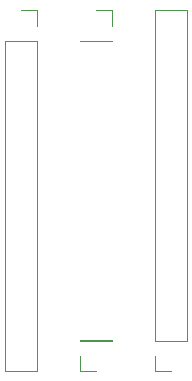
<source format=gbr>
G04 #@! TF.GenerationSoftware,KiCad,Pcbnew,(5.0.0-3-g5ebb6b6)*
G04 #@! TF.CreationDate,2019-01-26T00:17:38+00:00*
G04 #@! TF.ProjectId,QFN24_DIP,51464E32345F4449502E6B696361645F,rev?*
G04 #@! TF.SameCoordinates,Original*
G04 #@! TF.FileFunction,Legend,Bot*
G04 #@! TF.FilePolarity,Positive*
%FSLAX46Y46*%
G04 Gerber Fmt 4.6, Leading zero omitted, Abs format (unit mm)*
G04 Created by KiCad (PCBNEW (5.0.0-3-g5ebb6b6)) date Saturday, 26 January 2019 at 00:17:38*
%MOMM*%
%LPD*%
G01*
G04 APERTURE LIST*
%ADD10C,0.120000*%
G04 APERTURE END LIST*
D10*
G04 #@! TO.C,J1*
X102930000Y-105470000D02*
X100270000Y-105470000D01*
X102930000Y-77470000D02*
X102930000Y-105470000D01*
X100270000Y-77470000D02*
X100270000Y-105470000D01*
X102930000Y-77470000D02*
X100270000Y-77470000D01*
X102930000Y-76200000D02*
X102930000Y-74870000D01*
X102930000Y-74870000D02*
X101600000Y-74870000D01*
G04 #@! TO.C,J2*
X112970000Y-105470000D02*
X114300000Y-105470000D01*
X112970000Y-104140000D02*
X112970000Y-105470000D01*
X112970000Y-102870000D02*
X115630000Y-102870000D01*
X115630000Y-102870000D02*
X115630000Y-74870000D01*
X112970000Y-102870000D02*
X112970000Y-74870000D01*
X112970000Y-74870000D02*
X115630000Y-74870000D01*
G04 #@! TO.C,J3*
X109280000Y-77530000D02*
X106620000Y-77530000D01*
X109280000Y-77470000D02*
X109280000Y-77530000D01*
X106620000Y-77470000D02*
X106620000Y-77530000D01*
X109280000Y-77470000D02*
X106620000Y-77470000D01*
X109280000Y-76200000D02*
X109280000Y-74870000D01*
X109280000Y-74870000D02*
X107950000Y-74870000D01*
G04 #@! TO.C,J4*
X106620000Y-105470000D02*
X107950000Y-105470000D01*
X106620000Y-104140000D02*
X106620000Y-105470000D01*
X106620000Y-102870000D02*
X109280000Y-102870000D01*
X109280000Y-102870000D02*
X109280000Y-102810000D01*
X106620000Y-102870000D02*
X106620000Y-102810000D01*
X106620000Y-102810000D02*
X109280000Y-102810000D01*
G04 #@! TD*
M02*

</source>
